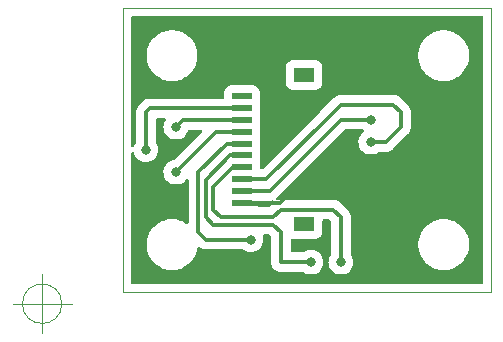
<source format=gbr>
%TF.GenerationSoftware,KiCad,Pcbnew,6.0.11-2627ca5db0~126~ubuntu20.04.1*%
%TF.CreationDate,2023-03-07T09:49:12+01:00*%
%TF.ProjectId,ecran,65637261-6e2e-46b6-9963-61645f706362,V1.0*%
%TF.SameCoordinates,Original*%
%TF.FileFunction,Copper,L2,Bot*%
%TF.FilePolarity,Positive*%
%FSLAX46Y46*%
G04 Gerber Fmt 4.6, Leading zero omitted, Abs format (unit mm)*
G04 Created by KiCad (PCBNEW 6.0.11-2627ca5db0~126~ubuntu20.04.1) date 2023-03-07 09:49:12*
%MOMM*%
%LPD*%
G01*
G04 APERTURE LIST*
%TA.AperFunction,Profile*%
%ADD10C,0.100000*%
%TD*%
%TA.AperFunction,SMDPad,CuDef*%
%ADD11R,1.700000X0.600000*%
%TD*%
%TA.AperFunction,SMDPad,CuDef*%
%ADD12R,1.800000X1.200000*%
%TD*%
%TA.AperFunction,ViaPad*%
%ADD13C,0.800000*%
%TD*%
%TA.AperFunction,Conductor*%
%ADD14C,0.350000*%
%TD*%
G04 APERTURE END LIST*
D10*
X127000000Y-120000000D02*
X95885000Y-120000000D01*
X127000000Y-96000000D02*
X127000000Y-120000000D01*
X95885000Y-120000000D02*
X95885000Y-96000000D01*
X95885000Y-96000000D02*
X127000000Y-96000000D01*
X90666666Y-121000000D02*
G75*
G03*
X90666666Y-121000000I-1666666J0D01*
G01*
X86500000Y-121000000D02*
X91500000Y-121000000D01*
X89000000Y-118500000D02*
X89000000Y-123500000D01*
D11*
%TO.P,J1,1,Pin_1*%
%TO.N,unconnected-(J1-Pad1)*%
X105935000Y-103450000D03*
%TO.P,J1,2,Pin_2*%
%TO.N,Net-(R1-Pad1)*%
X105935000Y-104450000D03*
%TO.P,J1,3,Pin_3*%
%TO.N,Net-(R2-Pad1)*%
X105935000Y-105450000D03*
%TO.P,J1,4,Pin_4*%
%TO.N,Net-(R3-Pad1)*%
X105935000Y-106450000D03*
%TO.P,J1,5,Pin_5*%
%TO.N,Net-(R4-Pad1)*%
X105935000Y-107450000D03*
%TO.P,J1,6,Pin_6*%
%TO.N,Net-(R5-Pad1)*%
X105935000Y-108450000D03*
%TO.P,J1,7,Pin_7*%
%TO.N,Net-(R6-Pad1)*%
X105935000Y-109450000D03*
%TO.P,J1,8,Pin_8*%
%TO.N,Net-(R7-Pad1)*%
X105935000Y-110450000D03*
%TO.P,J1,9,Pin_9*%
%TO.N,Net-(R8-Pad1)*%
X105935000Y-111450000D03*
%TO.P,J1,10,Pin_10*%
%TO.N,GND*%
X105935000Y-112450000D03*
D12*
%TO.P,J1,11*%
%TO.N,N/C*%
X111185000Y-114250000D03*
X111185000Y-101650000D03*
%TD*%
D13*
%TO.N,GND*%
X116840000Y-109855000D03*
%TO.N,Net-(R1-Pad1)*%
X97790000Y-107950000D03*
%TO.N,Net-(R2-Pad1)*%
X100330000Y-106045000D03*
%TO.N,Net-(R3-Pad1)*%
X100330000Y-109855000D03*
%TO.N,Net-(R4-Pad1)*%
X106680000Y-115570000D03*
%TO.N,Net-(R5-Pad1)*%
X111760000Y-117475000D03*
%TO.N,Net-(R6-Pad1)*%
X114300000Y-117475000D03*
%TO.N,Net-(R7-Pad1)*%
X116840000Y-107315000D03*
%TO.N,Net-(R8-Pad1)*%
X116840000Y-105410000D03*
%TD*%
D14*
%TO.N,GND*%
X105935000Y-112450000D02*
X109165000Y-112450000D01*
X109165000Y-112450000D02*
X111760000Y-109855000D01*
X111760000Y-109855000D02*
X116840000Y-109855000D01*
%TO.N,Net-(R1-Pad1)*%
X98115000Y-104450000D02*
X97790000Y-104775000D01*
X97790000Y-104775000D02*
X97790000Y-107950000D01*
X105935000Y-104450000D02*
X98115000Y-104450000D01*
%TO.N,Net-(R2-Pad1)*%
X105935000Y-105450000D02*
X100925000Y-105450000D01*
X100925000Y-105450000D02*
X100330000Y-106045000D01*
%TO.N,Net-(R3-Pad1)*%
X105935000Y-106450000D02*
X103735000Y-106450000D01*
X103735000Y-106450000D02*
X100330000Y-109855000D01*
%TO.N,Net-(R4-Pad1)*%
X105935000Y-107450000D02*
X104640000Y-107450000D01*
X102870000Y-115570000D02*
X106680000Y-115570000D01*
X104640000Y-107450000D02*
X102235000Y-109855000D01*
X102235000Y-109855000D02*
X102235000Y-114935000D01*
X102235000Y-114935000D02*
X102870000Y-115570000D01*
%TO.N,Net-(R5-Pad1)*%
X105935000Y-108450000D02*
X104910000Y-108450000D01*
X103505000Y-114300000D02*
X108585000Y-114300000D01*
X102870000Y-113665000D02*
X103505000Y-114300000D01*
X108585000Y-114300000D02*
X109220000Y-114935000D01*
X109220000Y-114935000D02*
X109220000Y-117475000D01*
X109220000Y-117475000D02*
X111760000Y-117475000D01*
X104910000Y-108450000D02*
X102870000Y-110490000D01*
X102870000Y-110490000D02*
X102870000Y-113665000D01*
%TO.N,Net-(R6-Pad1)*%
X113030000Y-113030000D02*
X113665000Y-113030000D01*
X104140000Y-113665000D02*
X108585000Y-113665000D01*
X105180000Y-109450000D02*
X103505000Y-111125000D01*
X114300000Y-113665000D02*
X114300000Y-117475000D01*
X103505000Y-111125000D02*
X103505000Y-113030000D01*
X109220000Y-113030000D02*
X113030000Y-113030000D01*
X113665000Y-113030000D02*
X114300000Y-113665000D01*
X108585000Y-113665000D02*
X109220000Y-113030000D01*
X105935000Y-109450000D02*
X105180000Y-109450000D01*
X103505000Y-113030000D02*
X104140000Y-113665000D01*
%TO.N,Net-(R7-Pad1)*%
X107990000Y-110450000D02*
X113030000Y-105410000D01*
X119380000Y-104775000D02*
X119380000Y-106045000D01*
X113030000Y-105410000D02*
X114300000Y-104140000D01*
X105935000Y-110450000D02*
X107990000Y-110450000D01*
X118745000Y-104140000D02*
X119380000Y-104775000D01*
X114300000Y-104140000D02*
X118745000Y-104140000D01*
X118110000Y-107315000D02*
X116840000Y-107315000D01*
X119380000Y-106045000D02*
X118110000Y-107315000D01*
%TO.N,Net-(R8-Pad1)*%
X108260000Y-111450000D02*
X111760000Y-107950000D01*
X111760000Y-107950000D02*
X114300000Y-105410000D01*
X114300000Y-105410000D02*
X116840000Y-105410000D01*
X105935000Y-111450000D02*
X108260000Y-111450000D01*
%TD*%
%TA.AperFunction,Conductor*%
%TO.N,GND*%
G36*
X126292539Y-96670185D02*
G01*
X126338294Y-96722989D01*
X126349500Y-96774500D01*
X126349500Y-119225500D01*
X126329815Y-119292539D01*
X126277011Y-119338294D01*
X126225500Y-119349500D01*
X96659500Y-119349500D01*
X96592461Y-119329815D01*
X96546706Y-119277011D01*
X96535500Y-119225500D01*
X96535500Y-108268673D01*
X96555185Y-108201634D01*
X96607989Y-108155879D01*
X96677147Y-108145935D01*
X96740703Y-108174960D01*
X96778696Y-108234494D01*
X96808544Y-108338586D01*
X96811316Y-108343981D01*
X96811317Y-108343982D01*
X96816746Y-108354546D01*
X96902712Y-108521818D01*
X96906480Y-108526572D01*
X96935402Y-108563062D01*
X97030677Y-108683270D01*
X97035296Y-108687201D01*
X97182950Y-108812865D01*
X97182955Y-108812869D01*
X97187564Y-108816791D01*
X97367398Y-108917297D01*
X97512785Y-108964536D01*
X97526268Y-108968917D01*
X97563329Y-108980959D01*
X97569347Y-108981677D01*
X97569349Y-108981677D01*
X97711410Y-108998616D01*
X97767894Y-109005351D01*
X97773938Y-109004886D01*
X97773939Y-109004886D01*
X97835266Y-109000167D01*
X97973300Y-108989546D01*
X98114939Y-108950000D01*
X98165885Y-108935776D01*
X98165889Y-108935774D01*
X98171725Y-108934145D01*
X98355610Y-108841258D01*
X98517951Y-108714424D01*
X98521907Y-108709840D01*
X98521911Y-108709837D01*
X98648602Y-108563062D01*
X98652564Y-108558472D01*
X98673387Y-108521818D01*
X98751327Y-108384618D01*
X98754323Y-108379344D01*
X98819351Y-108183863D01*
X98821509Y-108166787D01*
X98844736Y-107982919D01*
X98844736Y-107982915D01*
X98845171Y-107979474D01*
X98845397Y-107963285D01*
X98845535Y-107953461D01*
X98845535Y-107953454D01*
X98845583Y-107950000D01*
X98836627Y-107858654D01*
X98826072Y-107751006D01*
X98826072Y-107751004D01*
X98825480Y-107744970D01*
X98819379Y-107724764D01*
X98767688Y-107553555D01*
X98765935Y-107547749D01*
X98740282Y-107499503D01*
X98672067Y-107371206D01*
X98672064Y-107371201D01*
X98669218Y-107365849D01*
X98643405Y-107334199D01*
X98616290Y-107269807D01*
X98615500Y-107255830D01*
X98615500Y-105399500D01*
X98635185Y-105332461D01*
X98687989Y-105286706D01*
X98739500Y-105275500D01*
X99344531Y-105275500D01*
X99411570Y-105295185D01*
X99457325Y-105347989D01*
X99467269Y-105417147D01*
X99453193Y-105459236D01*
X99359776Y-105629162D01*
X99357942Y-105634944D01*
X99357941Y-105634946D01*
X99353289Y-105649611D01*
X99297484Y-105825532D01*
X99296808Y-105831560D01*
X99275328Y-106023062D01*
X99274520Y-106030262D01*
X99291759Y-106235553D01*
X99348544Y-106433586D01*
X99442712Y-106616818D01*
X99446480Y-106621572D01*
X99475402Y-106658062D01*
X99570677Y-106778270D01*
X99575296Y-106782201D01*
X99722950Y-106907865D01*
X99722955Y-106907869D01*
X99727564Y-106911791D01*
X99907398Y-107012297D01*
X100103329Y-107075959D01*
X100109347Y-107076677D01*
X100109349Y-107076677D01*
X100219013Y-107089753D01*
X100307894Y-107100351D01*
X100313938Y-107099886D01*
X100313939Y-107099886D01*
X100375266Y-107095167D01*
X100513300Y-107084546D01*
X100646232Y-107047431D01*
X100705885Y-107030776D01*
X100705889Y-107030774D01*
X100711725Y-107029145D01*
X100895610Y-106936258D01*
X101057951Y-106809424D01*
X101061907Y-106804840D01*
X101061911Y-106804837D01*
X101188602Y-106658062D01*
X101192564Y-106653472D01*
X101213387Y-106616818D01*
X101291327Y-106479618D01*
X101294323Y-106474344D01*
X101319356Y-106399091D01*
X101332241Y-106360359D01*
X101372081Y-106302961D01*
X101436628Y-106276213D01*
X101449902Y-106275500D01*
X102442704Y-106275500D01*
X102509743Y-106295185D01*
X102555498Y-106347989D01*
X102565442Y-106417147D01*
X102536417Y-106480703D01*
X102530385Y-106487181D01*
X100237927Y-108779640D01*
X100176604Y-108813125D01*
X100161485Y-108815449D01*
X100150626Y-108816437D01*
X100132203Y-108818114D01*
X100126390Y-108819825D01*
X100126389Y-108819825D01*
X100015135Y-108852569D01*
X99934572Y-108876280D01*
X99861778Y-108914336D01*
X99757374Y-108968917D01*
X99757370Y-108968920D01*
X99752002Y-108971726D01*
X99747279Y-108975523D01*
X99747278Y-108975524D01*
X99615009Y-109081871D01*
X99591447Y-109100815D01*
X99459024Y-109258630D01*
X99359776Y-109439162D01*
X99357942Y-109444944D01*
X99357941Y-109444946D01*
X99299317Y-109629753D01*
X99297484Y-109635532D01*
X99274520Y-109840262D01*
X99291759Y-110045553D01*
X99348544Y-110243586D01*
X99442712Y-110426818D01*
X99570677Y-110588270D01*
X99575296Y-110592201D01*
X99722950Y-110717865D01*
X99722955Y-110717869D01*
X99727564Y-110721791D01*
X99907398Y-110822297D01*
X100103329Y-110885959D01*
X100109347Y-110886677D01*
X100109349Y-110886677D01*
X100251410Y-110903616D01*
X100307894Y-110910351D01*
X100313938Y-110909886D01*
X100313939Y-110909886D01*
X100375266Y-110905167D01*
X100513300Y-110894546D01*
X100598596Y-110870731D01*
X100705885Y-110840776D01*
X100705889Y-110840774D01*
X100711725Y-110839145D01*
X100895610Y-110746258D01*
X101057951Y-110619424D01*
X101061907Y-110614840D01*
X101061911Y-110614837D01*
X101191632Y-110464552D01*
X101250338Y-110426666D01*
X101320208Y-110426532D01*
X101379058Y-110464195D01*
X101408204Y-110527695D01*
X101409500Y-110545576D01*
X101409500Y-114122865D01*
X101389815Y-114189904D01*
X101337011Y-114235659D01*
X101267853Y-114245603D01*
X101213142Y-114223564D01*
X101135866Y-114168035D01*
X101050555Y-114122865D01*
X100880456Y-114032802D01*
X100880453Y-114032800D01*
X100876731Y-114030830D01*
X100712183Y-113970614D01*
X100605327Y-113931510D01*
X100605323Y-113931509D01*
X100601372Y-113930063D01*
X100520642Y-113912461D01*
X100319006Y-113868497D01*
X100319002Y-113868496D01*
X100314886Y-113867599D01*
X100310682Y-113867268D01*
X100310681Y-113867268D01*
X100274468Y-113864418D01*
X100084920Y-113849500D01*
X99926290Y-113849500D01*
X99754792Y-113861191D01*
X99711671Y-113864131D01*
X99711670Y-113864131D01*
X99707462Y-113864418D01*
X99703334Y-113865273D01*
X99703333Y-113865273D01*
X99687765Y-113868497D01*
X99420337Y-113923879D01*
X99416369Y-113925284D01*
X99416366Y-113925285D01*
X99288361Y-113970614D01*
X99143938Y-114021757D01*
X98883380Y-114156241D01*
X98879929Y-114158666D01*
X98879928Y-114158667D01*
X98646941Y-114322412D01*
X98646937Y-114322415D01*
X98643484Y-114324842D01*
X98640391Y-114327716D01*
X98640390Y-114327717D01*
X98431783Y-114521567D01*
X98431777Y-114521573D01*
X98428690Y-114524442D01*
X98242972Y-114751345D01*
X98089766Y-115001354D01*
X98088071Y-115005214D01*
X98088069Y-115005219D01*
X98045188Y-115102905D01*
X97971908Y-115269842D01*
X97955257Y-115328296D01*
X97906258Y-115500308D01*
X97891578Y-115551841D01*
X97850264Y-115842133D01*
X97848728Y-116135347D01*
X97887001Y-116426055D01*
X97964373Y-116708880D01*
X97966029Y-116712763D01*
X97966031Y-116712768D01*
X97973893Y-116731200D01*
X98079413Y-116978588D01*
X98081582Y-116982213D01*
X98081583Y-116982214D01*
X98132562Y-117067393D01*
X98229992Y-117230187D01*
X98413324Y-117459023D01*
X98535247Y-117574723D01*
X98622952Y-117657953D01*
X98622957Y-117657957D01*
X98626017Y-117660861D01*
X98629443Y-117663323D01*
X98629448Y-117663327D01*
X98762914Y-117759231D01*
X98864134Y-117831965D01*
X98867870Y-117833943D01*
X99119544Y-117967198D01*
X99119547Y-117967200D01*
X99123269Y-117969170D01*
X99260949Y-118019554D01*
X99394673Y-118068490D01*
X99394677Y-118068491D01*
X99398628Y-118069937D01*
X99402742Y-118070834D01*
X99680994Y-118131503D01*
X99680998Y-118131504D01*
X99685114Y-118132401D01*
X99689318Y-118132732D01*
X99689319Y-118132732D01*
X99714668Y-118134727D01*
X99915080Y-118150500D01*
X100073710Y-118150500D01*
X100245208Y-118138809D01*
X100288329Y-118135869D01*
X100288330Y-118135869D01*
X100292538Y-118135582D01*
X100307899Y-118132401D01*
X100410597Y-118111133D01*
X100579663Y-118076121D01*
X100583631Y-118074716D01*
X100583634Y-118074715D01*
X100729836Y-118022942D01*
X100856062Y-117978243D01*
X101116620Y-117843759D01*
X101137542Y-117829055D01*
X101353059Y-117677588D01*
X101353063Y-117677585D01*
X101356516Y-117675158D01*
X101369248Y-117663327D01*
X101568217Y-117478433D01*
X101568223Y-117478427D01*
X101571310Y-117475558D01*
X101706708Y-117310133D01*
X101754350Y-117251927D01*
X101754351Y-117251926D01*
X101757028Y-117248655D01*
X101910234Y-116998646D01*
X101920745Y-116974703D01*
X101999713Y-116794807D01*
X102028092Y-116730158D01*
X102095202Y-116494567D01*
X102107264Y-116452225D01*
X102107265Y-116452222D01*
X102108422Y-116448159D01*
X102132656Y-116277879D01*
X102161590Y-116214282D01*
X102220314Y-116176424D01*
X102290184Y-116176324D01*
X102330733Y-116196843D01*
X102359393Y-116218755D01*
X102361778Y-116220625D01*
X102422622Y-116269545D01*
X102428628Y-116272527D01*
X102430938Y-116274004D01*
X102431352Y-116274293D01*
X102431720Y-116274523D01*
X102432164Y-116274767D01*
X102434516Y-116276191D01*
X102439847Y-116280267D01*
X102445931Y-116283104D01*
X102510613Y-116313266D01*
X102513334Y-116314576D01*
X102583276Y-116349295D01*
X102589797Y-116350921D01*
X102592350Y-116351860D01*
X102592826Y-116352058D01*
X102593243Y-116352206D01*
X102593736Y-116352351D01*
X102596316Y-116353229D01*
X102602401Y-116356067D01*
X102608949Y-116357531D01*
X102608953Y-116357532D01*
X102678600Y-116373099D01*
X102681550Y-116373797D01*
X102750788Y-116391061D01*
X102750792Y-116391062D01*
X102757307Y-116392686D01*
X102764019Y-116392874D01*
X102766751Y-116393248D01*
X102767724Y-116393423D01*
X102772465Y-116394081D01*
X102777440Y-116395193D01*
X102782931Y-116395500D01*
X102856305Y-116395500D01*
X102859767Y-116395548D01*
X102929885Y-116397507D01*
X102929889Y-116397507D01*
X102936595Y-116397694D01*
X102943191Y-116396436D01*
X102949845Y-116395900D01*
X102959794Y-116395500D01*
X105983424Y-116395500D01*
X106050463Y-116415185D01*
X106063790Y-116425069D01*
X106077564Y-116436791D01*
X106257398Y-116537297D01*
X106379625Y-116577011D01*
X106416265Y-116588916D01*
X106453329Y-116600959D01*
X106459347Y-116601677D01*
X106459349Y-116601677D01*
X106601410Y-116618616D01*
X106657894Y-116625351D01*
X106663938Y-116624886D01*
X106663939Y-116624886D01*
X106725266Y-116620167D01*
X106863300Y-116609546D01*
X106979828Y-116577011D01*
X107055885Y-116555776D01*
X107055889Y-116555774D01*
X107061725Y-116554145D01*
X107245610Y-116461258D01*
X107407951Y-116334424D01*
X107411907Y-116329840D01*
X107411911Y-116329837D01*
X107538602Y-116183062D01*
X107542564Y-116178472D01*
X107551896Y-116162046D01*
X107641327Y-116004618D01*
X107644323Y-115999344D01*
X107709351Y-115803863D01*
X107732499Y-115620631D01*
X107734736Y-115602919D01*
X107734736Y-115602915D01*
X107735171Y-115599474D01*
X107735583Y-115570000D01*
X107723599Y-115447773D01*
X107716072Y-115371006D01*
X107716072Y-115371004D01*
X107715480Y-115364970D01*
X107713728Y-115359167D01*
X107713726Y-115359157D01*
X107691439Y-115285340D01*
X107690906Y-115215473D01*
X107728232Y-115156408D01*
X107791564Y-115126900D01*
X107810146Y-115125500D01*
X108191703Y-115125500D01*
X108258742Y-115145185D01*
X108279384Y-115161818D01*
X108358181Y-115240614D01*
X108391666Y-115301937D01*
X108394500Y-115328296D01*
X108394500Y-117396871D01*
X108392835Y-117417121D01*
X108390927Y-117428648D01*
X108393536Y-117478433D01*
X108394330Y-117493580D01*
X108394500Y-117500070D01*
X108394500Y-117519810D01*
X108394863Y-117523148D01*
X108394863Y-117523156D01*
X108396453Y-117537795D01*
X108397008Y-117544692D01*
X108400314Y-117607760D01*
X108402097Y-117614232D01*
X108402097Y-117614234D01*
X108403842Y-117620568D01*
X108407567Y-117640100D01*
X108408276Y-117646624D01*
X108408278Y-117646631D01*
X108409003Y-117653309D01*
X108411145Y-117659673D01*
X108411146Y-117659679D01*
X108429145Y-117713162D01*
X108431168Y-117719779D01*
X108447943Y-117780679D01*
X108451074Y-117786617D01*
X108454140Y-117792432D01*
X108461975Y-117810714D01*
X108466211Y-117823300D01*
X108498757Y-117877465D01*
X108502116Y-117883425D01*
X108531594Y-117939336D01*
X108540172Y-117949488D01*
X108551743Y-117965650D01*
X108558587Y-117977040D01*
X108563201Y-117981919D01*
X108563204Y-117981923D01*
X108601994Y-118022942D01*
X108606610Y-118028105D01*
X108647362Y-118076329D01*
X108652696Y-118080407D01*
X108652698Y-118080409D01*
X108657912Y-118084395D01*
X108672696Y-118097707D01*
X108681822Y-118107357D01*
X108687377Y-118111132D01*
X108687378Y-118111133D01*
X108734050Y-118142850D01*
X108739669Y-118146903D01*
X108784508Y-118181186D01*
X108784515Y-118181190D01*
X108789847Y-118185267D01*
X108795932Y-118188105D01*
X108795936Y-118188107D01*
X108801891Y-118190884D01*
X108819178Y-118200704D01*
X108830166Y-118208171D01*
X108840242Y-118212201D01*
X108888800Y-118231623D01*
X108895148Y-118234370D01*
X108952401Y-118261067D01*
X108965365Y-118263965D01*
X108984365Y-118269846D01*
X108996698Y-118274779D01*
X109059002Y-118285093D01*
X109065795Y-118286414D01*
X109122472Y-118299083D01*
X109122478Y-118299084D01*
X109127440Y-118300193D01*
X109132931Y-118300500D01*
X109141871Y-118300500D01*
X109162121Y-118302165D01*
X109173648Y-118304073D01*
X109238580Y-118300670D01*
X109245070Y-118300500D01*
X111063424Y-118300500D01*
X111130463Y-118320185D01*
X111143790Y-118330069D01*
X111157564Y-118341791D01*
X111337398Y-118442297D01*
X111533329Y-118505959D01*
X111539347Y-118506677D01*
X111539349Y-118506677D01*
X111681410Y-118523616D01*
X111737894Y-118530351D01*
X111743938Y-118529886D01*
X111743939Y-118529886D01*
X111805266Y-118525167D01*
X111943300Y-118514546D01*
X112028596Y-118490731D01*
X112135885Y-118460776D01*
X112135889Y-118460774D01*
X112141725Y-118459145D01*
X112325610Y-118366258D01*
X112487951Y-118239424D01*
X112491907Y-118234840D01*
X112491911Y-118234837D01*
X112618602Y-118088062D01*
X112622564Y-118083472D01*
X112629744Y-118070834D01*
X112721327Y-117909618D01*
X112724323Y-117904344D01*
X112789351Y-117708863D01*
X112794823Y-117665553D01*
X112814736Y-117507919D01*
X112814736Y-117507915D01*
X112815171Y-117504474D01*
X112815583Y-117475000D01*
X112814138Y-117460262D01*
X112796072Y-117276006D01*
X112796072Y-117276004D01*
X112795480Y-117269970D01*
X112735935Y-117072749D01*
X112683804Y-116974703D01*
X112642065Y-116896203D01*
X112642064Y-116896201D01*
X112639218Y-116890849D01*
X112509011Y-116731200D01*
X112410253Y-116649500D01*
X112354946Y-116603746D01*
X112354945Y-116603745D01*
X112350275Y-116599882D01*
X112169055Y-116501897D01*
X112159991Y-116499091D01*
X111978046Y-116442770D01*
X111978047Y-116442770D01*
X111972254Y-116440977D01*
X111767369Y-116419443D01*
X111761336Y-116419992D01*
X111761332Y-116419992D01*
X111649891Y-116430134D01*
X111562203Y-116438114D01*
X111556390Y-116439825D01*
X111556389Y-116439825D01*
X111496243Y-116457527D01*
X111364572Y-116496280D01*
X111182002Y-116591726D01*
X111144175Y-116622139D01*
X111079597Y-116648804D01*
X111066479Y-116649500D01*
X110169500Y-116649500D01*
X110102461Y-116629815D01*
X110056706Y-116577011D01*
X110045500Y-116525500D01*
X110045500Y-115620631D01*
X110065185Y-115553592D01*
X110117989Y-115507837D01*
X110182255Y-115499837D01*
X110182431Y-115497598D01*
X110219306Y-115500500D01*
X112150694Y-115500500D01*
X112187569Y-115497598D01*
X112345398Y-115451744D01*
X112486865Y-115368081D01*
X112603081Y-115251865D01*
X112686744Y-115110398D01*
X112732598Y-114952569D01*
X112735500Y-114915694D01*
X112735500Y-113979500D01*
X112755185Y-113912461D01*
X112807989Y-113866706D01*
X112859500Y-113855500D01*
X113271703Y-113855500D01*
X113338742Y-113875185D01*
X113359384Y-113891818D01*
X113438181Y-113970614D01*
X113471666Y-114031937D01*
X113474500Y-114058296D01*
X113474500Y-116779302D01*
X113454815Y-116846341D01*
X113445490Y-116859007D01*
X113429024Y-116878630D01*
X113329776Y-117059162D01*
X113327942Y-117064944D01*
X113327941Y-117064946D01*
X113269317Y-117249753D01*
X113267484Y-117255532D01*
X113260731Y-117315738D01*
X113249359Y-117417124D01*
X113244520Y-117460262D01*
X113261759Y-117665553D01*
X113318544Y-117863586D01*
X113412712Y-118046818D01*
X113416480Y-118051572D01*
X113519211Y-118181186D01*
X113540677Y-118208270D01*
X113545296Y-118212201D01*
X113692950Y-118337865D01*
X113692955Y-118337869D01*
X113697564Y-118341791D01*
X113877398Y-118442297D01*
X114073329Y-118505959D01*
X114079347Y-118506677D01*
X114079349Y-118506677D01*
X114221410Y-118523616D01*
X114277894Y-118530351D01*
X114283938Y-118529886D01*
X114283939Y-118529886D01*
X114345266Y-118525167D01*
X114483300Y-118514546D01*
X114568596Y-118490731D01*
X114675885Y-118460776D01*
X114675889Y-118460774D01*
X114681725Y-118459145D01*
X114865610Y-118366258D01*
X115027951Y-118239424D01*
X115031907Y-118234840D01*
X115031911Y-118234837D01*
X115158602Y-118088062D01*
X115162564Y-118083472D01*
X115169744Y-118070834D01*
X115261327Y-117909618D01*
X115264323Y-117904344D01*
X115329351Y-117708863D01*
X115334823Y-117665553D01*
X115354736Y-117507919D01*
X115354736Y-117507915D01*
X115355171Y-117504474D01*
X115355583Y-117475000D01*
X115354138Y-117460262D01*
X115336072Y-117276006D01*
X115336072Y-117276004D01*
X115335480Y-117269970D01*
X115275935Y-117072749D01*
X115223804Y-116974703D01*
X115182067Y-116896206D01*
X115182064Y-116896201D01*
X115179218Y-116890849D01*
X115153405Y-116859199D01*
X115126290Y-116794807D01*
X115125500Y-116780830D01*
X115125500Y-116135347D01*
X120848728Y-116135347D01*
X120887001Y-116426055D01*
X120964373Y-116708880D01*
X120966029Y-116712763D01*
X120966031Y-116712768D01*
X120973893Y-116731200D01*
X121079413Y-116978588D01*
X121081582Y-116982213D01*
X121081583Y-116982214D01*
X121132562Y-117067393D01*
X121229992Y-117230187D01*
X121413324Y-117459023D01*
X121535247Y-117574723D01*
X121622952Y-117657953D01*
X121622957Y-117657957D01*
X121626017Y-117660861D01*
X121629443Y-117663323D01*
X121629448Y-117663327D01*
X121762914Y-117759231D01*
X121864134Y-117831965D01*
X121867870Y-117833943D01*
X122119544Y-117967198D01*
X122119547Y-117967200D01*
X122123269Y-117969170D01*
X122260949Y-118019554D01*
X122394673Y-118068490D01*
X122394677Y-118068491D01*
X122398628Y-118069937D01*
X122402742Y-118070834D01*
X122680994Y-118131503D01*
X122680998Y-118131504D01*
X122685114Y-118132401D01*
X122689318Y-118132732D01*
X122689319Y-118132732D01*
X122714668Y-118134727D01*
X122915080Y-118150500D01*
X123073710Y-118150500D01*
X123245208Y-118138809D01*
X123288329Y-118135869D01*
X123288330Y-118135869D01*
X123292538Y-118135582D01*
X123307899Y-118132401D01*
X123410597Y-118111133D01*
X123579663Y-118076121D01*
X123583631Y-118074716D01*
X123583634Y-118074715D01*
X123729836Y-118022942D01*
X123856062Y-117978243D01*
X124116620Y-117843759D01*
X124137542Y-117829055D01*
X124353059Y-117677588D01*
X124353063Y-117677585D01*
X124356516Y-117675158D01*
X124369248Y-117663327D01*
X124568217Y-117478433D01*
X124568223Y-117478427D01*
X124571310Y-117475558D01*
X124706708Y-117310133D01*
X124754350Y-117251927D01*
X124754351Y-117251926D01*
X124757028Y-117248655D01*
X124910234Y-116998646D01*
X124920745Y-116974703D01*
X124999713Y-116794807D01*
X125028092Y-116730158D01*
X125095202Y-116494567D01*
X125107264Y-116452225D01*
X125107265Y-116452222D01*
X125108422Y-116448159D01*
X125149736Y-116157867D01*
X125151272Y-115864653D01*
X125112999Y-115573945D01*
X125035627Y-115291120D01*
X125028283Y-115273901D01*
X124922244Y-115025297D01*
X124920587Y-115021412D01*
X124908583Y-115001354D01*
X124772175Y-114773433D01*
X124772172Y-114773428D01*
X124770008Y-114769813D01*
X124586676Y-114540977D01*
X124409500Y-114372843D01*
X124377048Y-114342047D01*
X124377043Y-114342043D01*
X124373983Y-114339139D01*
X124370557Y-114336677D01*
X124370552Y-114336673D01*
X124229975Y-114235659D01*
X124135866Y-114168035D01*
X124050555Y-114122865D01*
X123880456Y-114032802D01*
X123880453Y-114032800D01*
X123876731Y-114030830D01*
X123712183Y-113970614D01*
X123605327Y-113931510D01*
X123605323Y-113931509D01*
X123601372Y-113930063D01*
X123520642Y-113912461D01*
X123319006Y-113868497D01*
X123319002Y-113868496D01*
X123314886Y-113867599D01*
X123310682Y-113867268D01*
X123310681Y-113867268D01*
X123274468Y-113864418D01*
X123084920Y-113849500D01*
X122926290Y-113849500D01*
X122754792Y-113861191D01*
X122711671Y-113864131D01*
X122711670Y-113864131D01*
X122707462Y-113864418D01*
X122703334Y-113865273D01*
X122703333Y-113865273D01*
X122687765Y-113868497D01*
X122420337Y-113923879D01*
X122416369Y-113925284D01*
X122416366Y-113925285D01*
X122288361Y-113970614D01*
X122143938Y-114021757D01*
X121883380Y-114156241D01*
X121879929Y-114158666D01*
X121879928Y-114158667D01*
X121646941Y-114322412D01*
X121646937Y-114322415D01*
X121643484Y-114324842D01*
X121640391Y-114327716D01*
X121640390Y-114327717D01*
X121431783Y-114521567D01*
X121431777Y-114521573D01*
X121428690Y-114524442D01*
X121242972Y-114751345D01*
X121089766Y-115001354D01*
X121088071Y-115005214D01*
X121088069Y-115005219D01*
X121045188Y-115102905D01*
X120971908Y-115269842D01*
X120955257Y-115328296D01*
X120906258Y-115500308D01*
X120891578Y-115551841D01*
X120850264Y-115842133D01*
X120848728Y-116135347D01*
X115125500Y-116135347D01*
X115125500Y-113704928D01*
X115125935Y-113694552D01*
X115129558Y-113651405D01*
X115130120Y-113644713D01*
X115119788Y-113567275D01*
X115119430Y-113564315D01*
X115111722Y-113493365D01*
X115110997Y-113486691D01*
X115108856Y-113480328D01*
X115108271Y-113477669D01*
X115108181Y-113477159D01*
X115108079Y-113476720D01*
X115107940Y-113476241D01*
X115107286Y-113473579D01*
X115106399Y-113466930D01*
X115079690Y-113393548D01*
X115078689Y-113390687D01*
X115055935Y-113323075D01*
X115055933Y-113323070D01*
X115053789Y-113316700D01*
X115050328Y-113310939D01*
X115049188Y-113308473D01*
X115048994Y-113308003D01*
X115048791Y-113307577D01*
X115048556Y-113307146D01*
X115047352Y-113304699D01*
X115045055Y-113298388D01*
X115041457Y-113292718D01*
X115003214Y-113232456D01*
X115001622Y-113229879D01*
X114964870Y-113168713D01*
X114964869Y-113168711D01*
X114961413Y-113162960D01*
X114956803Y-113158086D01*
X114955145Y-113155901D01*
X114954575Y-113155082D01*
X114951685Y-113151260D01*
X114948950Y-113146951D01*
X114945284Y-113142851D01*
X114893387Y-113090954D01*
X114890973Y-113088472D01*
X114842796Y-113037526D01*
X114842794Y-113037524D01*
X114838178Y-113032643D01*
X114832619Y-113028865D01*
X114827538Y-113024541D01*
X114820223Y-113017790D01*
X114276958Y-112474525D01*
X114269928Y-112466881D01*
X114241971Y-112433798D01*
X114241969Y-112433796D01*
X114237638Y-112428671D01*
X114175607Y-112381245D01*
X114173222Y-112379375D01*
X114117607Y-112334659D01*
X114117606Y-112334658D01*
X114112378Y-112330455D01*
X114106372Y-112327473D01*
X114104062Y-112325996D01*
X114103648Y-112325707D01*
X114103280Y-112325477D01*
X114102836Y-112325233D01*
X114100484Y-112323809D01*
X114095153Y-112319733D01*
X114024381Y-112286731D01*
X114021659Y-112285421D01*
X114009848Y-112279558D01*
X113951724Y-112250705D01*
X113945203Y-112249079D01*
X113942650Y-112248140D01*
X113942177Y-112247943D01*
X113941751Y-112247792D01*
X113941265Y-112247649D01*
X113938681Y-112246769D01*
X113932599Y-112243933D01*
X113926054Y-112242470D01*
X113926048Y-112242468D01*
X113876991Y-112231503D01*
X113856414Y-112226904D01*
X113853485Y-112226211D01*
X113784208Y-112208938D01*
X113784207Y-112208938D01*
X113777694Y-112207314D01*
X113770989Y-112207127D01*
X113768249Y-112206751D01*
X113767291Y-112206579D01*
X113762535Y-112205919D01*
X113757560Y-112204807D01*
X113752069Y-112204500D01*
X113678674Y-112204500D01*
X113675212Y-112204452D01*
X113598405Y-112202307D01*
X113591806Y-112203566D01*
X113585152Y-112204101D01*
X113575207Y-112204500D01*
X109259928Y-112204500D01*
X109249552Y-112204065D01*
X109228616Y-112202307D01*
X109199713Y-112199880D01*
X109122275Y-112210212D01*
X109119344Y-112210566D01*
X109041691Y-112219003D01*
X109035328Y-112221144D01*
X109032669Y-112221729D01*
X109032159Y-112221819D01*
X109031720Y-112221921D01*
X109031241Y-112222060D01*
X109028579Y-112222714D01*
X109021930Y-112223601D01*
X108984535Y-112237212D01*
X108969217Y-112242787D01*
X108899488Y-112247218D01*
X108838432Y-112213248D01*
X108805435Y-112151661D01*
X108810972Y-112082011D01*
X108841607Y-112036170D01*
X108887475Y-111992795D01*
X108887476Y-111992793D01*
X108892357Y-111988178D01*
X108896133Y-111982622D01*
X108900456Y-111977542D01*
X108907206Y-111970228D01*
X114605615Y-106271819D01*
X114666938Y-106238334D01*
X114693296Y-106235500D01*
X116143424Y-106235500D01*
X116210463Y-106255185D01*
X116223786Y-106265065D01*
X116228900Y-106269417D01*
X116267195Y-106327856D01*
X116267816Y-106397723D01*
X116226232Y-106460485D01*
X116101447Y-106560815D01*
X115969024Y-106718630D01*
X115869776Y-106899162D01*
X115867942Y-106904944D01*
X115867941Y-106904946D01*
X115811045Y-107084306D01*
X115807484Y-107095532D01*
X115784520Y-107300262D01*
X115801759Y-107505553D01*
X115858544Y-107703586D01*
X115861316Y-107708981D01*
X115861317Y-107708982D01*
X115910039Y-107803785D01*
X115952712Y-107886818D01*
X115956480Y-107891572D01*
X116028881Y-107982919D01*
X116080677Y-108048270D01*
X116085296Y-108052201D01*
X116232950Y-108177865D01*
X116232955Y-108177869D01*
X116237564Y-108181791D01*
X116417398Y-108282297D01*
X116613329Y-108345959D01*
X116619347Y-108346677D01*
X116619349Y-108346677D01*
X116761410Y-108363616D01*
X116817894Y-108370351D01*
X116823938Y-108369886D01*
X116823939Y-108369886D01*
X116885266Y-108365167D01*
X117023300Y-108354546D01*
X117108596Y-108330731D01*
X117215885Y-108300776D01*
X117215889Y-108300774D01*
X117221725Y-108299145D01*
X117405610Y-108206258D01*
X117410385Y-108202528D01*
X117410392Y-108202523D01*
X117456132Y-108166787D01*
X117521079Y-108141025D01*
X117532474Y-108140500D01*
X118070073Y-108140500D01*
X118080450Y-108140935D01*
X118130288Y-108145120D01*
X118207714Y-108134789D01*
X118210677Y-108134431D01*
X118240735Y-108131165D01*
X118281639Y-108126722D01*
X118281642Y-108126721D01*
X118288309Y-108125997D01*
X118294665Y-108123858D01*
X118297333Y-108123271D01*
X118297819Y-108123185D01*
X118298280Y-108123078D01*
X118298765Y-108122937D01*
X118301410Y-108122288D01*
X118308071Y-108121399D01*
X118314383Y-108119101D01*
X118314385Y-108119101D01*
X118326659Y-108114633D01*
X118381481Y-108094679D01*
X118384282Y-108093698D01*
X118451934Y-108070932D01*
X118451939Y-108070930D01*
X118458300Y-108068789D01*
X118464059Y-108065329D01*
X118466532Y-108064186D01*
X118467004Y-108063992D01*
X118467403Y-108063801D01*
X118467847Y-108063559D01*
X118470303Y-108062351D01*
X118476612Y-108060054D01*
X118542521Y-108018228D01*
X118545081Y-108016646D01*
X118606285Y-107979871D01*
X118612040Y-107976413D01*
X118616918Y-107971800D01*
X118619099Y-107970145D01*
X118619945Y-107969557D01*
X118623759Y-107966672D01*
X118628050Y-107963949D01*
X118632150Y-107960284D01*
X118684063Y-107908371D01*
X118686545Y-107905957D01*
X118737474Y-107857796D01*
X118737476Y-107857794D01*
X118742357Y-107853178D01*
X118746135Y-107847618D01*
X118750453Y-107842545D01*
X118757204Y-107835230D01*
X119935476Y-106656957D01*
X119943120Y-106649927D01*
X119945167Y-106648197D01*
X119981329Y-106617638D01*
X120024773Y-106560815D01*
X120028755Y-106555607D01*
X120030625Y-106553222D01*
X120075341Y-106497607D01*
X120075342Y-106497606D01*
X120079545Y-106492378D01*
X120082527Y-106486372D01*
X120084004Y-106484062D01*
X120084293Y-106483648D01*
X120084523Y-106483280D01*
X120084767Y-106482836D01*
X120086191Y-106480485D01*
X120090267Y-106475153D01*
X120109650Y-106433586D01*
X120123282Y-106404353D01*
X120124578Y-106401660D01*
X120159294Y-106331724D01*
X120160920Y-106325202D01*
X120161858Y-106322653D01*
X120162062Y-106322164D01*
X120162203Y-106321764D01*
X120162346Y-106321280D01*
X120163230Y-106318683D01*
X120166067Y-106312599D01*
X120168222Y-106302961D01*
X120175720Y-106269416D01*
X120183105Y-106236375D01*
X120183798Y-106233447D01*
X120201061Y-106164212D01*
X120201062Y-106164202D01*
X120202685Y-106157694D01*
X120202873Y-106150991D01*
X120203246Y-106148265D01*
X120203430Y-106147241D01*
X120204086Y-106142514D01*
X120205193Y-106137560D01*
X120205500Y-106132069D01*
X120205500Y-106058660D01*
X120205548Y-106055198D01*
X120206076Y-106036308D01*
X120207693Y-105978406D01*
X120206434Y-105971807D01*
X120205899Y-105965153D01*
X120205500Y-105955208D01*
X120205500Y-104814928D01*
X120205935Y-104804552D01*
X120209558Y-104761405D01*
X120210120Y-104754713D01*
X120199788Y-104677275D01*
X120199430Y-104674315D01*
X120199152Y-104671751D01*
X120190997Y-104596691D01*
X120188856Y-104590328D01*
X120188271Y-104587669D01*
X120188181Y-104587159D01*
X120188079Y-104586720D01*
X120187940Y-104586241D01*
X120187286Y-104583579D01*
X120186399Y-104576930D01*
X120159690Y-104503548D01*
X120158689Y-104500687D01*
X120135935Y-104433075D01*
X120135933Y-104433070D01*
X120133789Y-104426700D01*
X120130328Y-104420939D01*
X120129188Y-104418473D01*
X120128994Y-104418003D01*
X120128791Y-104417577D01*
X120128556Y-104417146D01*
X120127352Y-104414699D01*
X120125055Y-104408388D01*
X120084731Y-104344847D01*
X120083214Y-104342456D01*
X120081622Y-104339879D01*
X120044870Y-104278713D01*
X120044869Y-104278711D01*
X120041413Y-104272960D01*
X120036803Y-104268086D01*
X120035145Y-104265901D01*
X120034575Y-104265082D01*
X120031685Y-104261260D01*
X120028950Y-104256951D01*
X120025284Y-104252851D01*
X119973387Y-104200954D01*
X119970973Y-104198472D01*
X119922796Y-104147526D01*
X119922794Y-104147524D01*
X119918178Y-104142643D01*
X119912619Y-104138865D01*
X119907538Y-104134541D01*
X119900223Y-104127790D01*
X119356958Y-103584525D01*
X119349928Y-103576881D01*
X119321971Y-103543798D01*
X119321969Y-103543796D01*
X119317638Y-103538671D01*
X119267712Y-103500500D01*
X119255607Y-103491245D01*
X119253222Y-103489375D01*
X119197607Y-103444659D01*
X119197606Y-103444658D01*
X119192378Y-103440455D01*
X119186372Y-103437473D01*
X119184062Y-103435996D01*
X119183648Y-103435707D01*
X119183280Y-103435477D01*
X119182836Y-103435233D01*
X119180484Y-103433809D01*
X119175153Y-103429733D01*
X119104381Y-103396731D01*
X119101659Y-103395421D01*
X119093682Y-103391461D01*
X119031724Y-103360705D01*
X119025203Y-103359079D01*
X119022650Y-103358140D01*
X119022177Y-103357943D01*
X119021751Y-103357792D01*
X119021265Y-103357649D01*
X119018681Y-103356769D01*
X119012599Y-103353933D01*
X119006054Y-103352470D01*
X119006048Y-103352468D01*
X118956991Y-103341503D01*
X118936414Y-103336904D01*
X118933485Y-103336211D01*
X118864208Y-103318938D01*
X118864207Y-103318938D01*
X118857694Y-103317314D01*
X118850989Y-103317127D01*
X118848249Y-103316751D01*
X118847291Y-103316579D01*
X118842535Y-103315919D01*
X118837560Y-103314807D01*
X118832069Y-103314500D01*
X118758674Y-103314500D01*
X118755212Y-103314452D01*
X118678405Y-103312307D01*
X118671806Y-103313566D01*
X118665152Y-103314101D01*
X118655207Y-103314500D01*
X114339927Y-103314500D01*
X114329551Y-103314065D01*
X114308615Y-103312307D01*
X114279712Y-103309880D01*
X114202286Y-103320211D01*
X114199323Y-103320569D01*
X114169265Y-103323835D01*
X114128361Y-103328278D01*
X114128358Y-103328279D01*
X114121691Y-103329003D01*
X114115335Y-103331142D01*
X114112667Y-103331729D01*
X114112181Y-103331815D01*
X114111720Y-103331922D01*
X114111235Y-103332063D01*
X114108590Y-103332712D01*
X114101929Y-103333601D01*
X114095617Y-103335899D01*
X114095615Y-103335899D01*
X114083341Y-103340367D01*
X114028519Y-103360321D01*
X114025718Y-103361302D01*
X113958066Y-103384068D01*
X113958061Y-103384070D01*
X113951700Y-103386211D01*
X113945941Y-103389671D01*
X113943468Y-103390814D01*
X113942996Y-103391008D01*
X113942597Y-103391199D01*
X113942153Y-103391441D01*
X113939697Y-103392649D01*
X113933388Y-103394946D01*
X113869521Y-103435477D01*
X113867496Y-103436762D01*
X113864936Y-103438343D01*
X113797960Y-103478587D01*
X113793082Y-103483200D01*
X113790901Y-103484855D01*
X113790055Y-103485443D01*
X113786241Y-103488328D01*
X113781950Y-103491051D01*
X113777850Y-103494716D01*
X113725937Y-103546629D01*
X113723455Y-103549043D01*
X113689827Y-103580844D01*
X113667643Y-103601822D01*
X113663865Y-103607382D01*
X113659547Y-103612455D01*
X113652796Y-103619770D01*
X112507850Y-104764717D01*
X107684386Y-109588181D01*
X107623063Y-109621666D01*
X107596705Y-109624500D01*
X107559500Y-109624500D01*
X107492461Y-109604815D01*
X107446706Y-109552011D01*
X107435500Y-109500500D01*
X107435500Y-109084306D01*
X107432598Y-109047431D01*
X107414342Y-108984595D01*
X107414342Y-108915404D01*
X107414653Y-108914336D01*
X107432598Y-108852569D01*
X107435500Y-108815694D01*
X107435500Y-108084306D01*
X107432598Y-108047431D01*
X107414342Y-107984595D01*
X107414342Y-107915404D01*
X107416386Y-107908371D01*
X107432598Y-107852569D01*
X107435500Y-107815694D01*
X107435500Y-107084306D01*
X107432598Y-107047431D01*
X107414342Y-106984595D01*
X107414342Y-106915404D01*
X107416533Y-106907865D01*
X107432598Y-106852569D01*
X107435500Y-106815694D01*
X107435500Y-106084306D01*
X107432598Y-106047431D01*
X107414342Y-105984595D01*
X107414342Y-105915404D01*
X107430830Y-105858654D01*
X107432598Y-105852569D01*
X107435500Y-105815694D01*
X107435500Y-105084306D01*
X107432598Y-105047431D01*
X107414342Y-104984595D01*
X107414342Y-104915404D01*
X107429047Y-104864793D01*
X107432598Y-104852569D01*
X107435500Y-104815694D01*
X107435500Y-104084306D01*
X107432598Y-104047431D01*
X107414342Y-103984595D01*
X107414342Y-103915404D01*
X107416725Y-103907204D01*
X107432598Y-103852569D01*
X107435500Y-103815694D01*
X107435500Y-103084306D01*
X107432598Y-103047431D01*
X107389854Y-102900308D01*
X107388921Y-102897095D01*
X107386744Y-102889602D01*
X107303081Y-102748135D01*
X107186865Y-102631919D01*
X107045398Y-102548256D01*
X106887569Y-102502402D01*
X106850694Y-102499500D01*
X105019306Y-102499500D01*
X104982431Y-102502402D01*
X104824602Y-102548256D01*
X104683135Y-102631919D01*
X104566919Y-102748135D01*
X104483256Y-102889602D01*
X104481079Y-102897095D01*
X104480146Y-102900308D01*
X104437402Y-103047431D01*
X104434500Y-103084306D01*
X104434500Y-103500500D01*
X104414815Y-103567539D01*
X104362011Y-103613294D01*
X104310500Y-103624500D01*
X98154924Y-103624500D01*
X98144548Y-103624065D01*
X98137830Y-103623501D01*
X98094712Y-103619880D01*
X98017294Y-103630210D01*
X98014341Y-103630567D01*
X97984158Y-103633846D01*
X97943361Y-103638278D01*
X97943358Y-103638279D01*
X97936691Y-103639003D01*
X97930331Y-103641143D01*
X97927653Y-103641732D01*
X97927167Y-103641818D01*
X97926720Y-103641922D01*
X97926235Y-103642063D01*
X97923585Y-103642714D01*
X97916929Y-103643602D01*
X97910625Y-103645897D01*
X97910623Y-103645897D01*
X97882421Y-103656162D01*
X97843513Y-103670323D01*
X97840768Y-103671285D01*
X97766700Y-103696211D01*
X97760938Y-103699673D01*
X97758467Y-103700815D01*
X97758000Y-103701008D01*
X97757578Y-103701209D01*
X97757137Y-103701449D01*
X97754697Y-103702650D01*
X97748387Y-103704946D01*
X97742719Y-103708543D01*
X97682486Y-103746768D01*
X97679926Y-103748349D01*
X97612960Y-103788587D01*
X97608082Y-103793200D01*
X97605901Y-103794855D01*
X97605056Y-103795443D01*
X97601249Y-103798323D01*
X97596950Y-103801051D01*
X97592850Y-103804717D01*
X97540954Y-103856613D01*
X97538472Y-103859027D01*
X97482643Y-103911822D01*
X97478865Y-103917381D01*
X97474541Y-103922462D01*
X97467790Y-103929777D01*
X97234525Y-104163042D01*
X97226881Y-104170072D01*
X97188671Y-104202362D01*
X97184593Y-104207696D01*
X97141245Y-104264393D01*
X97139375Y-104266778D01*
X97090455Y-104327622D01*
X97087473Y-104333628D01*
X97085996Y-104335938D01*
X97085707Y-104336352D01*
X97085477Y-104336720D01*
X97085233Y-104337164D01*
X97083809Y-104339516D01*
X97079733Y-104344847D01*
X97076896Y-104350931D01*
X97046734Y-104415613D01*
X97045424Y-104418334D01*
X97010705Y-104488276D01*
X97009079Y-104494797D01*
X97008140Y-104497350D01*
X97007943Y-104497823D01*
X97007792Y-104498249D01*
X97007649Y-104498735D01*
X97006769Y-104501319D01*
X97003933Y-104507401D01*
X97002470Y-104513946D01*
X97002468Y-104513952D01*
X96986909Y-104583564D01*
X96986211Y-104586515D01*
X96985923Y-104587669D01*
X96967314Y-104662306D01*
X96967127Y-104669011D01*
X96966751Y-104671751D01*
X96966579Y-104672709D01*
X96965919Y-104677465D01*
X96964807Y-104682440D01*
X96964500Y-104687931D01*
X96964500Y-104761326D01*
X96964452Y-104764788D01*
X96962307Y-104841595D01*
X96963566Y-104848194D01*
X96964101Y-104854848D01*
X96964500Y-104864793D01*
X96964500Y-107254302D01*
X96944815Y-107321341D01*
X96935490Y-107334007D01*
X96919024Y-107353630D01*
X96819776Y-107534162D01*
X96817942Y-107539944D01*
X96817941Y-107539946D01*
X96777696Y-107666815D01*
X96738662Y-107724764D01*
X96674495Y-107752411D01*
X96605567Y-107740978D01*
X96553762Y-107694094D01*
X96535500Y-107629321D01*
X96535500Y-102315694D01*
X109634500Y-102315694D01*
X109637402Y-102352569D01*
X109639171Y-102358657D01*
X109680789Y-102501905D01*
X109683256Y-102510398D01*
X109766919Y-102651865D01*
X109883135Y-102768081D01*
X110024602Y-102851744D01*
X110182431Y-102897598D01*
X110219306Y-102900500D01*
X112150694Y-102900500D01*
X112187569Y-102897598D01*
X112345398Y-102851744D01*
X112486865Y-102768081D01*
X112603081Y-102651865D01*
X112686744Y-102510398D01*
X112689212Y-102501905D01*
X112730829Y-102358657D01*
X112732598Y-102352569D01*
X112735500Y-102315694D01*
X112735500Y-100984306D01*
X112732598Y-100947431D01*
X112686744Y-100789602D01*
X112603081Y-100648135D01*
X112486865Y-100531919D01*
X112345398Y-100448256D01*
X112187569Y-100402402D01*
X112150694Y-100399500D01*
X110219306Y-100399500D01*
X110182431Y-100402402D01*
X110024602Y-100448256D01*
X109883135Y-100531919D01*
X109766919Y-100648135D01*
X109683256Y-100789602D01*
X109637402Y-100947431D01*
X109634500Y-100984306D01*
X109634500Y-102315694D01*
X96535500Y-102315694D01*
X96535500Y-100135347D01*
X97848728Y-100135347D01*
X97887001Y-100426055D01*
X97964373Y-100708880D01*
X97966029Y-100712763D01*
X97966031Y-100712768D01*
X97998804Y-100789602D01*
X98079413Y-100978588D01*
X98081582Y-100982213D01*
X98081583Y-100982214D01*
X98093573Y-101002247D01*
X98229992Y-101230187D01*
X98413324Y-101459023D01*
X98535247Y-101574723D01*
X98622952Y-101657953D01*
X98622957Y-101657957D01*
X98626017Y-101660861D01*
X98629443Y-101663323D01*
X98629448Y-101663327D01*
X98762914Y-101759231D01*
X98864134Y-101831965D01*
X98867870Y-101833943D01*
X99119544Y-101967198D01*
X99119547Y-101967200D01*
X99123269Y-101969170D01*
X99260949Y-102019554D01*
X99394673Y-102068490D01*
X99394677Y-102068491D01*
X99398628Y-102069937D01*
X99402742Y-102070834D01*
X99680994Y-102131503D01*
X99680998Y-102131504D01*
X99685114Y-102132401D01*
X99689318Y-102132732D01*
X99689319Y-102132732D01*
X99714668Y-102134727D01*
X99915080Y-102150500D01*
X100073710Y-102150500D01*
X100245208Y-102138809D01*
X100288329Y-102135869D01*
X100288330Y-102135869D01*
X100292538Y-102135582D01*
X100307899Y-102132401D01*
X100363364Y-102120915D01*
X100579663Y-102076121D01*
X100583631Y-102074716D01*
X100583634Y-102074715D01*
X100717862Y-102027182D01*
X100856062Y-101978243D01*
X101116620Y-101843759D01*
X101136913Y-101829497D01*
X101353059Y-101677588D01*
X101353063Y-101677585D01*
X101356516Y-101675158D01*
X101369248Y-101663327D01*
X101568217Y-101478433D01*
X101568223Y-101478427D01*
X101571310Y-101475558D01*
X101757028Y-101248655D01*
X101910234Y-100998646D01*
X101920745Y-100974703D01*
X102001998Y-100789602D01*
X102028092Y-100730158D01*
X102108422Y-100448159D01*
X102149736Y-100157867D01*
X102149854Y-100135347D01*
X120848728Y-100135347D01*
X120887001Y-100426055D01*
X120964373Y-100708880D01*
X120966029Y-100712763D01*
X120966031Y-100712768D01*
X120998804Y-100789602D01*
X121079413Y-100978588D01*
X121081582Y-100982213D01*
X121081583Y-100982214D01*
X121093573Y-101002247D01*
X121229992Y-101230187D01*
X121413324Y-101459023D01*
X121535247Y-101574723D01*
X121622952Y-101657953D01*
X121622957Y-101657957D01*
X121626017Y-101660861D01*
X121629443Y-101663323D01*
X121629448Y-101663327D01*
X121762914Y-101759231D01*
X121864134Y-101831965D01*
X121867870Y-101833943D01*
X122119544Y-101967198D01*
X122119547Y-101967200D01*
X122123269Y-101969170D01*
X122260949Y-102019554D01*
X122394673Y-102068490D01*
X122394677Y-102068491D01*
X122398628Y-102069937D01*
X122402742Y-102070834D01*
X122680994Y-102131503D01*
X122680998Y-102131504D01*
X122685114Y-102132401D01*
X122689318Y-102132732D01*
X122689319Y-102132732D01*
X122714668Y-102134727D01*
X122915080Y-102150500D01*
X123073710Y-102150500D01*
X123245208Y-102138809D01*
X123288329Y-102135869D01*
X123288330Y-102135869D01*
X123292538Y-102135582D01*
X123307899Y-102132401D01*
X123363364Y-102120915D01*
X123579663Y-102076121D01*
X123583631Y-102074716D01*
X123583634Y-102074715D01*
X123717862Y-102027182D01*
X123856062Y-101978243D01*
X124116620Y-101843759D01*
X124136913Y-101829497D01*
X124353059Y-101677588D01*
X124353063Y-101677585D01*
X124356516Y-101675158D01*
X124369248Y-101663327D01*
X124568217Y-101478433D01*
X124568223Y-101478427D01*
X124571310Y-101475558D01*
X124757028Y-101248655D01*
X124910234Y-100998646D01*
X124920745Y-100974703D01*
X125001998Y-100789602D01*
X125028092Y-100730158D01*
X125108422Y-100448159D01*
X125149736Y-100157867D01*
X125151272Y-99864653D01*
X125112999Y-99573945D01*
X125035627Y-99291120D01*
X125028283Y-99273901D01*
X124922244Y-99025297D01*
X124920587Y-99021412D01*
X124908583Y-99001354D01*
X124772175Y-98773433D01*
X124772172Y-98773428D01*
X124770008Y-98769813D01*
X124586676Y-98540977D01*
X124464753Y-98425277D01*
X124377048Y-98342047D01*
X124377043Y-98342043D01*
X124373983Y-98339139D01*
X124370557Y-98336677D01*
X124370552Y-98336673D01*
X124237086Y-98240769D01*
X124135866Y-98168035D01*
X124061811Y-98128825D01*
X123880456Y-98032802D01*
X123880453Y-98032800D01*
X123876731Y-98030830D01*
X123739052Y-97980447D01*
X123605327Y-97931510D01*
X123605323Y-97931509D01*
X123601372Y-97930063D01*
X123569093Y-97923025D01*
X123319006Y-97868497D01*
X123319002Y-97868496D01*
X123314886Y-97867599D01*
X123310682Y-97867268D01*
X123310681Y-97867268D01*
X123274468Y-97864418D01*
X123084920Y-97849500D01*
X122926290Y-97849500D01*
X122754792Y-97861191D01*
X122711671Y-97864131D01*
X122711670Y-97864131D01*
X122707462Y-97864418D01*
X122703334Y-97865273D01*
X122703333Y-97865273D01*
X122687765Y-97868497D01*
X122420337Y-97923879D01*
X122416369Y-97925284D01*
X122416366Y-97925285D01*
X122282137Y-97972818D01*
X122143938Y-98021757D01*
X121883380Y-98156241D01*
X121879929Y-98158666D01*
X121879928Y-98158667D01*
X121646941Y-98322412D01*
X121646937Y-98322415D01*
X121643484Y-98324842D01*
X121640391Y-98327716D01*
X121640390Y-98327717D01*
X121431783Y-98521567D01*
X121431777Y-98521573D01*
X121428690Y-98524442D01*
X121242972Y-98751345D01*
X121089766Y-99001354D01*
X121088071Y-99005214D01*
X121088069Y-99005219D01*
X121030837Y-99135598D01*
X120971908Y-99269842D01*
X120891578Y-99551841D01*
X120850264Y-99842133D01*
X120848728Y-100135347D01*
X102149854Y-100135347D01*
X102151272Y-99864653D01*
X102112999Y-99573945D01*
X102035627Y-99291120D01*
X102028283Y-99273901D01*
X101922244Y-99025297D01*
X101920587Y-99021412D01*
X101908583Y-99001354D01*
X101772175Y-98773433D01*
X101772172Y-98773428D01*
X101770008Y-98769813D01*
X101586676Y-98540977D01*
X101464753Y-98425277D01*
X101377048Y-98342047D01*
X101377043Y-98342043D01*
X101373983Y-98339139D01*
X101370557Y-98336677D01*
X101370552Y-98336673D01*
X101237086Y-98240769D01*
X101135866Y-98168035D01*
X101061811Y-98128825D01*
X100880456Y-98032802D01*
X100880453Y-98032800D01*
X100876731Y-98030830D01*
X100739052Y-97980447D01*
X100605327Y-97931510D01*
X100605323Y-97931509D01*
X100601372Y-97930063D01*
X100569093Y-97923025D01*
X100319006Y-97868497D01*
X100319002Y-97868496D01*
X100314886Y-97867599D01*
X100310682Y-97867268D01*
X100310681Y-97867268D01*
X100274468Y-97864418D01*
X100084920Y-97849500D01*
X99926290Y-97849500D01*
X99754792Y-97861191D01*
X99711671Y-97864131D01*
X99711670Y-97864131D01*
X99707462Y-97864418D01*
X99703334Y-97865273D01*
X99703333Y-97865273D01*
X99687765Y-97868497D01*
X99420337Y-97923879D01*
X99416369Y-97925284D01*
X99416366Y-97925285D01*
X99282137Y-97972818D01*
X99143938Y-98021757D01*
X98883380Y-98156241D01*
X98879929Y-98158666D01*
X98879928Y-98158667D01*
X98646941Y-98322412D01*
X98646937Y-98322415D01*
X98643484Y-98324842D01*
X98640391Y-98327716D01*
X98640390Y-98327717D01*
X98431783Y-98521567D01*
X98431777Y-98521573D01*
X98428690Y-98524442D01*
X98242972Y-98751345D01*
X98089766Y-99001354D01*
X98088071Y-99005214D01*
X98088069Y-99005219D01*
X98030837Y-99135598D01*
X97971908Y-99269842D01*
X97891578Y-99551841D01*
X97850264Y-99842133D01*
X97848728Y-100135347D01*
X96535500Y-100135347D01*
X96535500Y-96774500D01*
X96555185Y-96707461D01*
X96607989Y-96661706D01*
X96659500Y-96650500D01*
X126225500Y-96650500D01*
X126292539Y-96670185D01*
G37*
%TD.AperFunction*%
%TA.AperFunction,Conductor*%
G36*
X108641569Y-112266749D02*
G01*
X108674567Y-112328335D01*
X108669031Y-112397985D01*
X108638395Y-112443828D01*
X108609827Y-112470844D01*
X108587643Y-112491822D01*
X108583865Y-112497381D01*
X108579541Y-112502462D01*
X108572790Y-112509777D01*
X108279386Y-112803181D01*
X108218063Y-112836666D01*
X108191705Y-112839500D01*
X107417000Y-112839500D01*
X107349961Y-112819815D01*
X107304206Y-112767011D01*
X107298094Y-112738915D01*
X107298023Y-112738936D01*
X107288596Y-112706831D01*
X107287226Y-112705644D01*
X107279668Y-112704000D01*
X105805000Y-112704000D01*
X105737961Y-112684315D01*
X105692206Y-112631511D01*
X105681000Y-112580000D01*
X105681000Y-112524500D01*
X105700685Y-112457461D01*
X105753489Y-112411706D01*
X105805000Y-112400500D01*
X106850694Y-112400500D01*
X106887569Y-112397598D01*
X107045398Y-112351744D01*
X107145122Y-112292768D01*
X107208242Y-112275500D01*
X108220073Y-112275500D01*
X108230450Y-112275935D01*
X108280288Y-112280120D01*
X108357714Y-112269789D01*
X108360677Y-112269431D01*
X108390735Y-112266165D01*
X108431639Y-112261722D01*
X108431642Y-112261721D01*
X108438309Y-112260997D01*
X108444665Y-112258858D01*
X108447333Y-112258271D01*
X108447819Y-112258185D01*
X108448280Y-112258078D01*
X108448765Y-112257937D01*
X108451408Y-112257288D01*
X108458071Y-112256399D01*
X108510785Y-112237212D01*
X108580512Y-112232779D01*
X108641569Y-112266749D01*
G37*
%TD.AperFunction*%
%TD*%
M02*

</source>
